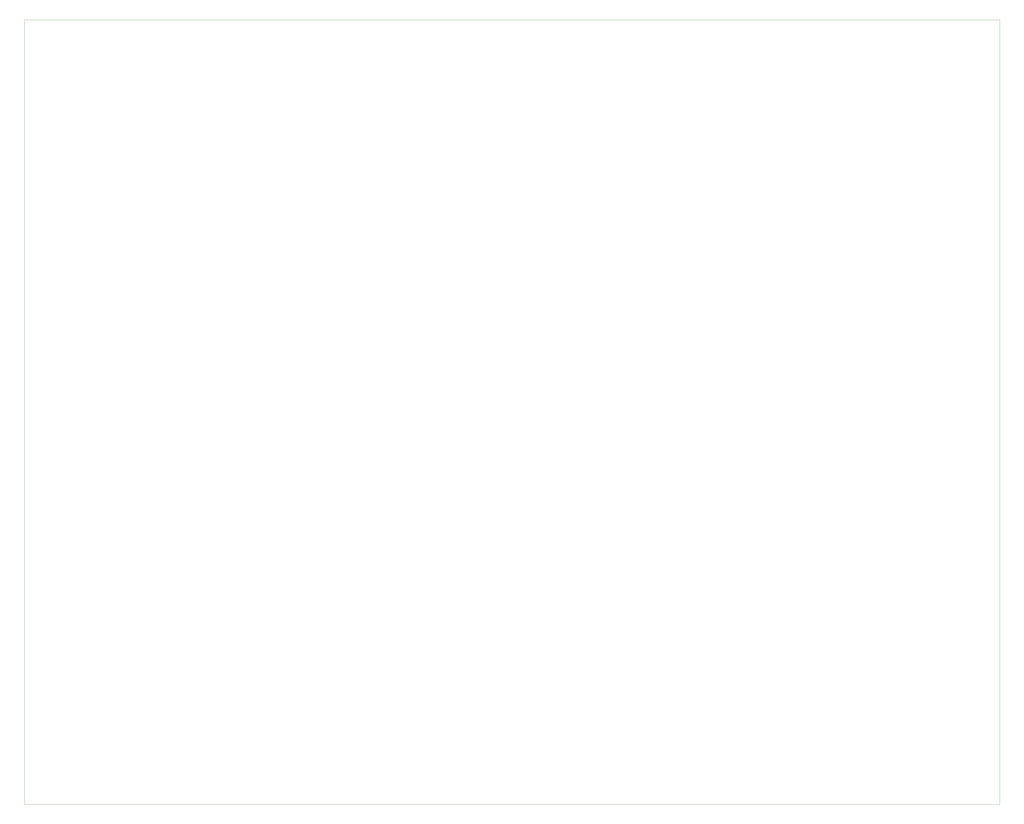
<source format=gbr>
%TF.GenerationSoftware,KiCad,Pcbnew,7.0.9*%
%TF.CreationDate,2023-12-29T18:28:01-05:00*%
%TF.ProjectId,8 Bit Computer,38204269-7420-4436-9f6d-70757465722e,rev?*%
%TF.SameCoordinates,Original*%
%TF.FileFunction,Profile,NP*%
%FSLAX46Y46*%
G04 Gerber Fmt 4.6, Leading zero omitted, Abs format (unit mm)*
G04 Created by KiCad (PCBNEW 7.0.9) date 2023-12-29 18:28:01*
%MOMM*%
%LPD*%
G01*
G04 APERTURE LIST*
%TA.AperFunction,Profile*%
%ADD10C,0.050000*%
%TD*%
G04 APERTURE END LIST*
D10*
X481330000Y-346710000D02*
X110490000Y-346710000D01*
X110490000Y-48260000D02*
X481330000Y-48260000D01*
X481330000Y-48260000D02*
X481330000Y-346710000D01*
X110490000Y-346710000D02*
X110490000Y-48260000D01*
M02*

</source>
